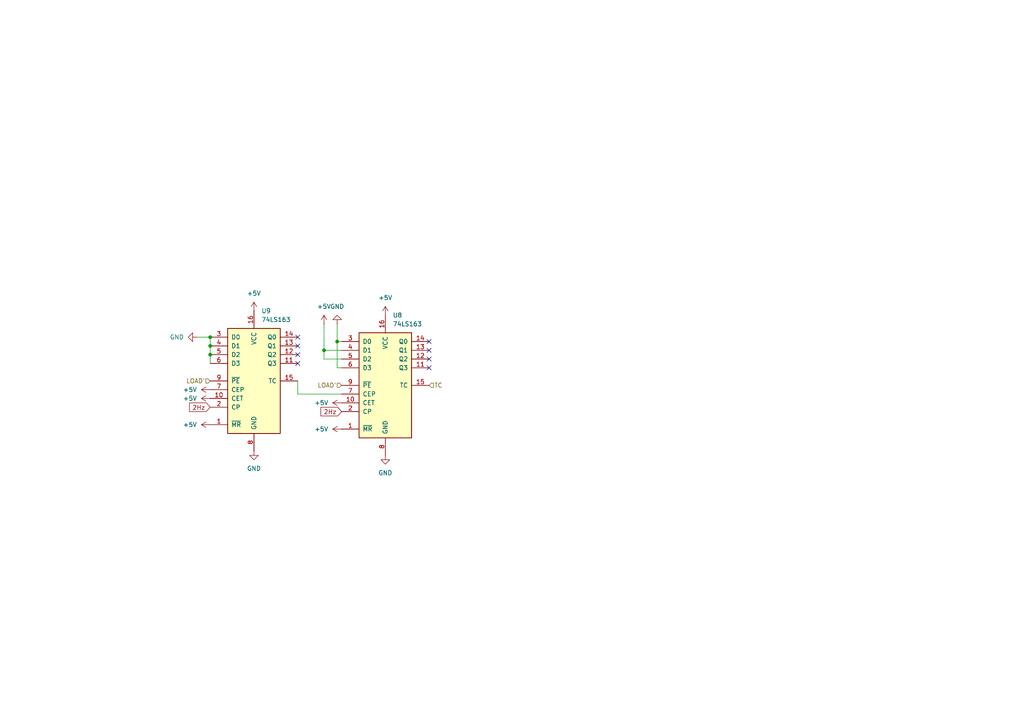
<source format=kicad_sch>
(kicad_sch (version 20250114) (generator "eeschema") (generator_version "9.0")
  (paper "A4")
  (lib_symbols
    (symbol "74xx:74LS163" (pin_names (offset 1.016))
      (property "Reference" "U" (at -7.62 16.51 0))
      (property "Value" "74LS163" (at -7.62 -16.51 0))
      (symbol "74LS163_1_0"
        (pin input line (at -12.7 12.7 0) (length 5.08) (name "D0") (number "3"))
        (pin input line (at -12.7 10.16 0) (length 5.08) (name "D1") (number "4"))
        (pin input line (at -12.7 7.62 0) (length 5.08) (name "D2") (number "5"))
        (pin input line (at -12.7 5.08 0) (length 5.08) (name "D3") (number "6"))
        (pin input line (at -12.7 0 0) (length 5.08) (name "~{PE}") (number "9"))
        (pin input line (at -12.7 -2.54 0) (length 5.08) (name "CEP") (number "7"))
        (pin input line (at -12.7 -5.08 0) (length 5.08) (name "CET") (number "10"))
        (pin input line (at -12.7 -7.62 0) (length 5.08) (name "CP") (number "2"))
        (pin input line (at -12.7 -12.7 0) (length 5.08) (name "~{MR}") (number "1"))
        (pin power_in line (at 0 20.32 270) (length 5.08) (name "VCC") (number "16"))
        (pin power_in line (at 0 -20.32 90) (length 5.08) (name "GND") (number "8"))
        (pin output line (at 12.7 12.7 180) (length 5.08) (name "Q0") (number "14"))
        (pin output line (at 12.7 10.16 180) (length 5.08) (name "Q1") (number "13"))
        (pin output line (at 12.7 7.62 180) (length 5.08) (name "Q2") (number "12"))
        (pin output line (at 12.7 5.08 180) (length 5.08) (name "Q3") (number "11"))
        (pin output line (at 12.7 0 180) (length 5.08) (name "TC") (number "15"))
      )
      (symbol "74LS163_1_1"
        (rectangle (start -7.62 15.24) (end 7.62 -15.24) (stroke (width 0.254)) (fill (type background)))
      )
    )
    (symbol "power:+5V" (power) (pin_numbers (hide yes)) (pin_names (offset 0) (hide yes))
      (property "Value" "+5V" (at 0 3.556 0))
      (symbol "+5V_0_1"
        (polyline (pts (xy -0.762 1.27) (xy 0 2.54)))
        (polyline (pts (xy 0 2.54) (xy 0.762 1.27)))
        (polyline (pts (xy 0 0) (xy 0 2.54)))
      )
      (symbol "+5V_1_1"
        (pin power_in line (at 0 0 90) (length 0) (name "~") (number "1"))
      )
    )
    (symbol "power:GND" (power) (pin_numbers (hide yes)) (pin_names (offset 0) (hide yes))
      (property "Value" "GND" (at 0 -3.81 0))
      (symbol "GND_0_1"
        (polyline (pts (xy 0 0) (xy 0 -1.27) (xy 1.27 -1.27) (xy 0 -2.54) (xy -1.27 -1.27) (xy 0 -1.27)))
      )
      (symbol "GND_1_1"
        (pin power_in line (at 0 0 270) (length 0) (name "~") (number "1"))
      )
    )
  )
  (junction (at 60.96 102.87))
  (junction (at 97.79 99.06))
  (junction (at 60.96 100.33))
  (junction (at 93.98 101.6))
  (junction (at 60.96 97.79))
  (no_connect (at 124.46 101.6))
  (no_connect (at 86.36 97.79))
  (no_connect (at 124.46 99.06))
  (no_connect (at 124.46 104.14))
  (no_connect (at 86.36 102.87))
  (no_connect (at 86.36 105.41))
  (no_connect (at 124.46 106.68))
  (no_connect (at 86.36 100.33))
  (wire (pts (xy 97.79 106.68) (xy 99.06 106.68)))
  (wire (pts (xy 60.96 102.87) (xy 60.96 105.41)))
  (wire (pts (xy 60.96 100.33) (xy 60.96 102.87)))
  (wire (pts (xy 60.96 97.79) (xy 60.96 100.33)))
  (wire (pts (xy 97.79 99.06) (xy 97.79 106.68)))
  (wire (pts (xy 93.98 101.6) (xy 93.98 104.14)))
  (wire (pts (xy 86.36 114.3) (xy 99.06 114.3)))
  (wire (pts (xy 57.15 97.79) (xy 60.96 97.79)))
  (wire (pts (xy 86.36 110.49) (xy 86.36 114.3)))
  (wire (pts (xy 97.79 99.06) (xy 99.06 99.06)))
  (wire (pts (xy 97.79 93.98) (xy 97.79 99.06)))
  (wire (pts (xy 93.98 93.98) (xy 93.98 101.6)))
  (wire (pts (xy 93.98 101.6) (xy 99.06 101.6)))
  (wire (pts (xy 93.98 104.14) (xy 99.06 104.14)))
  (global_label "2Hz" (shape input) (at 99.06 119.38 180) (property "Intersheetrefs" "${INTERSHEET_REFS}" (effects (hide yes))))
  (global_label "2Hz" (shape input) (at 60.96 118.11 180) (property "Intersheetrefs" "${INTERSHEET_REFS}" (effects (hide yes))))
  (hierarchical_label "LOAD'" (shape input) (at 99.06 111.76 180))
  (hierarchical_label "TC" (shape input) (at 124.46 111.76 0))
  (hierarchical_label "LOAD'" (shape input) (at 60.96 110.49 180))
  (symbol (lib_id "power:GND") (at 111.76 132.08 0) (unit 1)
    (property "Reference" "#PWR0104" (effects (hide yes)))
    (property "Value" "GND" (at 111.76 137.16 0))
    (property "Description" "Power symbol creates a global label with name \"GND\" , ground" (effects (hide yes)))
  )
  (symbol (lib_id "74xx:74LS163") (at 111.76 111.76 0) (unit 1)
    (property "Reference" "U8" (at 113.9033 91.44 0) (effects (justify left)))
    (property "Value" "74LS163" (at 113.9033 93.98 0) (effects (justify left)))
    (property "Footprint" "Package_DIP:DIP-16_W7.62mm_LongPads" (effects (hide yes)))
    (property "Datasheet" "http://www.ti.com/lit/gpn/sn74LS163" (effects (hide yes)))
    (property "Description" "Synchronous 4-bit programmable binary Counter" (effects (hide yes)))
  )
  (symbol (lib_id "power:GND") (at 97.79 93.98 180) (unit 1)
    (property "Reference" "#PWR023" (effects (hide yes)))
    (property "Value" "GND" (at 97.79 88.9 0))
    (property "Description" "Power symbol creates a global label with name \"GND\" , ground" (effects (hide yes)))
  )
  (symbol (lib_id "power:+5V") (at 73.66 90.17 0) (unit 1)
    (property "Reference" "#PWR0102" (effects (hide yes)))
    (property "Value" "+5V" (at 73.66 85.09 0))
    (property "Description" "Power symbol creates a global label with name \"+5V\"" (effects (hide yes)))
  )
  (symbol (lib_id "power:+5V") (at 60.96 115.57 90) (unit 1)
    (property "Reference" "#PWR021" (effects (hide yes)))
    (property "Value" "+5V" (at 57.15 115.5699 90) (effects (justify left)))
    (property "Description" "Power symbol creates a global label with name \"+5V\"" (effects (hide yes)))
  )
  (symbol (lib_id "power:+5V") (at 99.06 124.46 90) (unit 1)
    (property "Reference" "#PWR017" (effects (hide yes)))
    (property "Value" "+5V" (at 95.25 124.4599 90) (effects (justify left)))
    (property "Description" "Power symbol creates a global label with name \"+5V\"" (effects (hide yes)))
  )
  (symbol (lib_id "power:+5V") (at 99.06 116.84 90) (unit 1)
    (property "Reference" "#PWR019" (effects (hide yes)))
    (property "Value" "+5V" (at 95.25 116.8399 90) (effects (justify left)))
    (property "Description" "Power symbol creates a global label with name \"+5V\"" (effects (hide yes)))
  )
  (symbol (lib_id "power:+5V") (at 60.96 123.19 90) (unit 1)
    (property "Reference" "#PWR016" (effects (hide yes)))
    (property "Value" "+5V" (at 57.15 123.1899 90) (effects (justify left)))
    (property "Description" "Power symbol creates a global label with name \"+5V\"" (effects (hide yes)))
  )
  (symbol (lib_id "power:+5V") (at 111.76 91.44 0) (unit 1)
    (property "Reference" "#PWR0103" (effects (hide yes)))
    (property "Value" "+5V" (at 111.76 86.36 0))
    (property "Description" "Power symbol creates a global label with name \"+5V\"" (effects (hide yes)))
  )
  (symbol (lib_id "74xx:74LS163") (at 73.66 110.49 0) (unit 1)
    (property "Reference" "U9" (at 75.8033 90.17 0) (effects (justify left)))
    (property "Value" "74LS163" (at 75.8033 92.71 0) (effects (justify left)))
    (property "Footprint" "Package_DIP:DIP-16_W7.62mm_LongPads" (effects (hide yes)))
    (property "Datasheet" "http://www.ti.com/lit/gpn/sn74LS163" (effects (hide yes)))
    (property "Description" "Synchronous 4-bit programmable binary Counter" (effects (hide yes)))
  )
  (symbol (lib_id "power:GND") (at 57.15 97.79 270) (unit 1)
    (property "Reference" "#PWR022" (effects (hide yes)))
    (property "Value" "GND" (at 53.34 97.7899 90) (effects (justify right)))
    (property "Description" "Power symbol creates a global label with name \"GND\" , ground" (effects (hide yes)))
  )
  (symbol (lib_id "power:+5V") (at 93.98 93.98 0) (unit 1)
    (property "Reference" "#PWR024" (effects (hide yes)))
    (property "Value" "+5V" (at 93.98 88.9 0))
    (property "Description" "Power symbol creates a global label with name \"+5V\"" (effects (hide yes)))
  )
  (symbol (lib_id "power:+5V") (at 60.96 113.03 90) (unit 1)
    (property "Reference" "#PWR020" (effects (hide yes)))
    (property "Value" "+5V" (at 57.15 113.0299 90) (effects (justify left)))
    (property "Description" "Power symbol creates a global label with name \"+5V\"" (effects (hide yes)))
  )
  (symbol (lib_id "power:GND") (at 73.66 130.81 0) (unit 1)
    (property "Reference" "#PWR018" (effects (hide yes)))
    (property "Value" "GND" (at 73.66 135.89 0))
    (property "Description" "Power symbol creates a global label with name \"GND\" , ground" (effects (hide yes)))
  )
)
</source>
